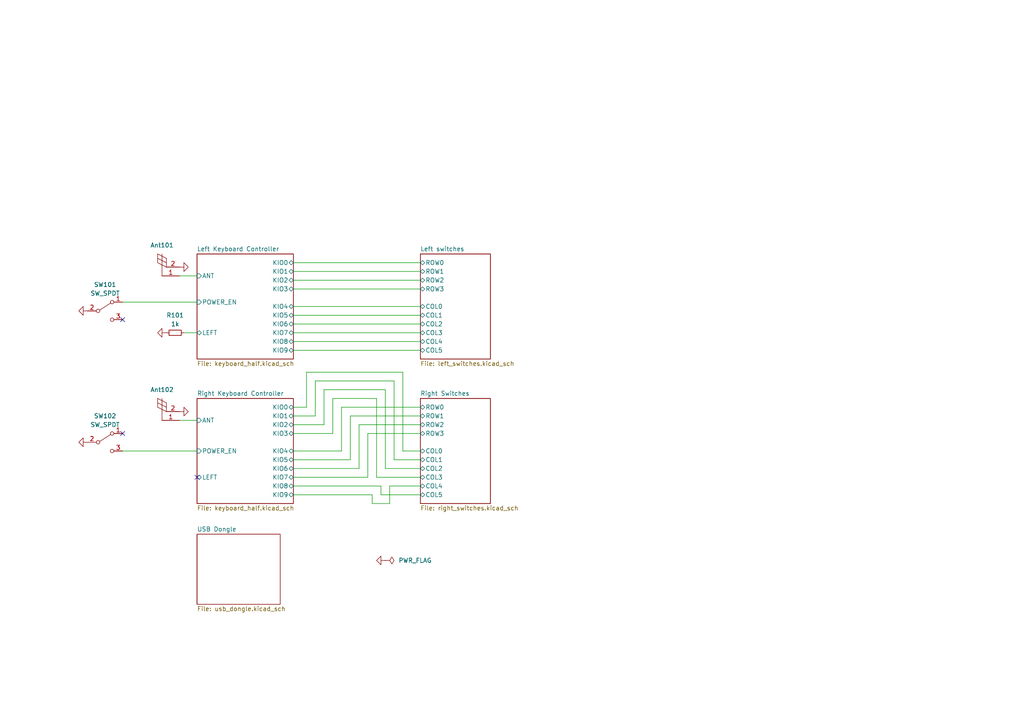
<source format=kicad_sch>
(kicad_sch (version 20230121) (generator eeschema)
  (paper "A4")
  (lib_symbols
    (symbol "Device:R_Small" (pin_numbers hide) (pin_names (offset 0.254) hide)
      (property "Reference" "R" (at 0.762 0.508 0))
      (property "Value" "R_Small" (at 0.762 -1.016 0))
      (symbol "R_Small_0_1"
        (rectangle (start -0.762 1.778) (end 0.762 -1.778) (stroke (width 0.2032)))
      )
      (symbol "R_Small_1_1"
        (pin passive line (at 0 2.54 270) (length 0.762) (name "~") (number "1"))
        (pin passive line (at 0 -2.54 90) (length 0.762) (name "~") (number "2"))
      )
    )
    (symbol "Switch:SW_SPDT" (pin_names (offset 0) hide)
      (property "Reference" "SW" (at 0 4.318 0))
      (property "Value" "SW_SPDT" (at 0 -5.08 0))
      (symbol "SW_SPDT_0_0"
        (circle (center -2.032 0) (radius 0.508))
        (circle (center 2.032 -2.54) (radius 0.508))
      )
      (symbol "SW_SPDT_0_1"
        (polyline (pts (xy -1.524 0.254) (xy 1.651 2.286)))
        (circle (center 2.032 2.54) (radius 0.508))
      )
      (symbol "SW_SPDT_1_1"
        (pin passive line (at 5.08 2.54 180) (length 2.54) (name "A") (number "1"))
        (pin passive line (at -5.08 0 0) (length 2.54) (name "B") (number "2"))
        (pin passive line (at 5.08 -2.54 180) (length 2.54) (name "C") (number "3"))
      )
    )
    (symbol "antennas:antenna" (pin_names (offset 1.016))
      (property "Reference" "Ant" (at 0 7.62 0))
      (symbol "antenna_0_1"
        (polyline (pts (xy -1.27 6.35) (xy -1.27 3.81)))
        (polyline (pts (xy 0 0) (xy 0 5.08)))
        (polyline (pts (xy 0 5.08) (xy 0 6.35)))
        (polyline (pts (xy 1.27 2.54) (xy -1.27 3.81)))
        (polyline (pts (xy 1.27 3.81) (xy -1.27 5.08)))
        (polyline (pts (xy 1.27 5.08) (xy -1.27 6.35)))
        (polyline (pts (xy 1.27 5.08) (xy 1.27 2.54)))
      )
      (symbol "antenna_1_1"
        (pin input line (at 5.08 0 180) (length 5.08) (name "~") (number "1"))
        (pin input line (at 5.08 2.54 180) (length 3.81) (name "~") (number "2"))
      )
    )
    (symbol "power:GND" (power) (pin_names (offset 0))
      (property "Value" "GND" (at 0 -3.81 0))
      (symbol "GND_0_1"
        (polyline (pts (xy 0 0) (xy 0 -1.27) (xy 1.27 -1.27) (xy 0 -2.54) (xy -1.27 -1.27) (xy 0 -1.27)))
      )
      (symbol "GND_1_1"
        (pin power_in line (at 0 0 270) (length 0) hide (name "GND") (number "1"))
      )
    )
    (symbol "power:PWR_FLAG" (power) (pin_numbers hide) (pin_names (offset 0) hide)
      (property "Value" "PWR_FLAG" (at 0 3.81 0))
      (symbol "PWR_FLAG_0_0"
        (pin power_out line (at 0 0 90) (length 0) (name "pwr") (number "1"))
      )
      (symbol "PWR_FLAG_0_1"
        (polyline (pts (xy 0 0) (xy 0 1.27) (xy -1.016 1.905) (xy 0 2.54) (xy 1.016 1.905) (xy 0 1.27)))
      )
    )
  )
  (no_connect (at 35.56 92.71))
  (no_connect (at 57.15 138.43))
  (no_connect (at 35.56 125.73))
  (wire (pts (xy 85.09 99.06) (xy 121.92 99.06)))
  (wire (pts (xy 91.44 120.65) (xy 91.44 110.49)))
  (wire (pts (xy 85.09 140.97) (xy 110.49 140.97)))
  (wire (pts (xy 85.09 93.98) (xy 121.92 93.98)))
  (wire (pts (xy 52.07 121.92) (xy 57.15 121.92)))
  (wire (pts (xy 85.09 123.19) (xy 93.98 123.19)))
  (wire (pts (xy 116.84 130.81) (xy 121.92 130.81)))
  (wire (pts (xy 91.44 110.49) (xy 114.3 110.49)))
  (wire (pts (xy 113.03 140.97) (xy 121.92 140.97)))
  (wire (pts (xy 111.76 113.03) (xy 111.76 135.89)))
  (wire (pts (xy 85.09 96.52) (xy 121.92 96.52)))
  (wire (pts (xy 85.09 101.6) (xy 121.92 101.6)))
  (wire (pts (xy 85.09 138.43) (xy 106.68 138.43)))
  (wire (pts (xy 52.07 80.01) (xy 57.15 80.01)))
  (wire (pts (xy 104.14 123.19) (xy 121.92 123.19)))
  (wire (pts (xy 85.09 130.81) (xy 99.06 130.81)))
  (wire (pts (xy 101.6 120.65) (xy 121.92 120.65)))
  (wire (pts (xy 99.06 130.81) (xy 99.06 118.11)))
  (wire (pts (xy 104.14 135.89) (xy 104.14 123.19)))
  (wire (pts (xy 96.52 115.57) (xy 109.22 115.57)))
  (wire (pts (xy 88.9 107.95) (xy 116.84 107.95)))
  (wire (pts (xy 107.95 146.05) (xy 113.03 146.05)))
  (wire (pts (xy 110.49 140.97) (xy 110.49 143.51)))
  (wire (pts (xy 85.09 78.74) (xy 121.92 78.74)))
  (wire (pts (xy 106.68 138.43) (xy 106.68 125.73)))
  (wire (pts (xy 35.56 130.81) (xy 57.15 130.81)))
  (wire (pts (xy 53.34 96.52) (xy 57.15 96.52)))
  (wire (pts (xy 113.03 146.05) (xy 113.03 140.97)))
  (wire (pts (xy 85.09 81.28) (xy 121.92 81.28)))
  (wire (pts (xy 85.09 76.2) (xy 121.92 76.2)))
  (wire (pts (xy 85.09 120.65) (xy 91.44 120.65)))
  (wire (pts (xy 88.9 118.11) (xy 88.9 107.95)))
  (wire (pts (xy 109.22 115.57) (xy 109.22 138.43)))
  (wire (pts (xy 85.09 91.44) (xy 121.92 91.44)))
  (wire (pts (xy 110.49 143.51) (xy 121.92 143.51)))
  (wire (pts (xy 85.09 135.89) (xy 104.14 135.89)))
  (wire (pts (xy 35.56 87.63) (xy 57.15 87.63)))
  (wire (pts (xy 85.09 125.73) (xy 96.52 125.73)))
  (wire (pts (xy 93.98 123.19) (xy 93.98 113.03)))
  (wire (pts (xy 109.22 138.43) (xy 121.92 138.43)))
  (wire (pts (xy 99.06 118.11) (xy 121.92 118.11)))
  (wire (pts (xy 85.09 143.51) (xy 107.95 143.51)))
  (wire (pts (xy 114.3 110.49) (xy 114.3 133.35)))
  (wire (pts (xy 111.76 135.89) (xy 121.92 135.89)))
  (wire (pts (xy 85.09 88.9) (xy 121.92 88.9)))
  (wire (pts (xy 116.84 107.95) (xy 116.84 130.81)))
  (wire (pts (xy 101.6 133.35) (xy 101.6 120.65)))
  (wire (pts (xy 107.95 143.51) (xy 107.95 146.05)))
  (wire (pts (xy 106.68 125.73) (xy 121.92 125.73)))
  (wire (pts (xy 93.98 113.03) (xy 111.76 113.03)))
  (wire (pts (xy 114.3 133.35) (xy 121.92 133.35)))
  (wire (pts (xy 85.09 133.35) (xy 101.6 133.35)))
  (wire (pts (xy 85.09 118.11) (xy 88.9 118.11)))
  (wire (pts (xy 96.52 125.73) (xy 96.52 115.57)))
  (wire (pts (xy 85.09 83.82) (xy 121.92 83.82)))
  (symbol (lib_id "power:GND") (at 48.26 96.52 270) (unit 1)
    (property "Reference" "#PWR0103" (effects hide))
    (property "Value" "GND" (effects hide))
  )
  (symbol (lib_id "antennas:antenna") (at 46.99 121.92 0) (unit 1) (in_bom no)
    (property "Reference" "Ant102" (at 46.99 113.03 0))
    (property "Value" "antenna" (effects hide))
    (property "Footprint" "RF_Antenna:Texas_SWRA117D_2.4GHz_Right" (effects hide))
  )
  (symbol (lib_id "power:PWR_FLAG") (at 111.76 162.56 270) (unit 1)
    (property "Reference" "#FLG0101" (effects hide))
    (property "Value" "PWR_FLAG" (at 115.57 162.56 90) (effects (justify left)))
  )
  (symbol (lib_id "power:GND") (at 25.4 128.27 270) (unit 1)
    (property "Reference" "#PWR0106" (effects hide))
    (property "Value" "GND" (effects hide))
  )
  (symbol (lib_id "power:GND") (at 52.07 77.47 90) (unit 1)
    (property "Reference" "#PWR0101" (effects hide))
    (property "Value" "GND" (effects hide))
  )
  (symbol (lib_id "antennas:antenna") (at 46.99 80.01 0) (unit 1) (in_bom no)
    (property "Reference" "Ant101" (at 46.99 71.12 0))
    (property "Value" "antenna" (effects hide))
    (property "Footprint" "RF_Antenna:Texas_SWRA117D_2.4GHz_Right" (effects hide))
  )
  (symbol (lib_id "power:GND") (at 111.76 162.56 270) (unit 1)
    (property "Reference" "#PWR0104" (effects hide))
    (property "Value" "GND" (effects hide))
  )
  (symbol (lib_id "power:GND") (at 52.07 119.38 90) (unit 1)
    (property "Reference" "#PWR0102" (effects hide))
    (property "Value" "GND" (effects hide))
  )
  (symbol (lib_id "power:GND") (at 25.4 90.17 270) (unit 1)
    (property "Reference" "#PWR0105" (effects hide))
    (property "Value" "GND" (effects hide))
  )
  (symbol (lib_id "Switch:SW_SPDT") (at 30.48 90.17 0) (unit 1)
    (property "Reference" "SW101" (at 30.48 82.55 0))
    (property "Value" "SW_SPDT" (at 30.48 85.09 0))
    (property "Footprint" "connectors:SSSS810701" (effects hide))
    (property "MFPN" "SSSS810701" (effects hide))
    (property "LCSC" "C97433" (effects hide))
  )
  (symbol (lib_id "Device:R_Small") (at 50.8 96.52 90) (unit 1)
    (property "Reference" "R101" (at 50.8 91.44 90))
    (property "Value" "1k" (at 50.8 93.98 90))
    (property "Footprint" "passive:R_0402" (effects hide))
    (property "MFPN" "RC-02W102JT" (effects hide))
    (property "Specification" "5%" (effects hide))
    (property "LCSC" "C258117" (effects hide))
  )
  (symbol (lib_id "Switch:SW_SPDT") (at 30.48 128.27 0) (unit 1)
    (property "Reference" "SW102" (at 30.48 120.65 0))
    (property "Value" "SW_SPDT" (at 30.48 123.19 0))
    (property "Footprint" "connectors:SSSS810701" (effects hide))
    (property "MFPN" "SSSS810701" (effects hide))
    (property "LCSC" "C97433" (effects hide))
  )
  (sheet (at 57.15 73.66) (size 27.94 30.48) (stroke (width 0.1524))
    (property "Sheetname" "Left Keyboard Controller" (at 57.15 72.9484 0) (effects (justify left bottom)))
    (property "Sheetfile" "keyboard_half.kicad_sch" (at 57.15 104.7246 0) (effects (justify left top)))
    (pin "ANT" input (at 57.15 80.01 180))
    (pin "KIO6" bidirectional (at 85.09 93.98 0))
    (pin "KIO4" bidirectional (at 85.09 88.9 0))
    (pin "KIO5" bidirectional (at 85.09 91.44 0))
    (pin "KIO0" bidirectional (at 85.09 76.2 0))
    (pin "KIO2" bidirectional (at 85.09 81.28 0))
    (pin "KIO1" bidirectional (at 85.09 78.74 0))
    (pin "KIO8" bidirectional (at 85.09 99.06 0))
    (pin "KIO9" bidirectional (at 85.09 101.6 0))
    (pin "KIO3" bidirectional (at 85.09 83.82 0))
    (pin "KIO7" bidirectional (at 85.09 96.52 0))
    (pin "LEFT" bidirectional (at 57.15 96.52 180))
    (pin "POWER_EN" input (at 57.15 87.63 180))
  )
  (sheet (at 57.15 154.94) (size 24.13 20.32) (stroke (width 0.1524))
    (property "Sheetname" "USB Dongle" (at 57.15 154.2284 0) (effects (justify left bottom)))
    (property "Sheetfile" "usb_dongle.kicad_sch" (at 57.15 175.8446 0) (effects (justify left top)))
  )
  (sheet (at 121.92 73.66) (size 20.32 30.48) (stroke (width 0.1524))
    (property "Sheetname" "Left switches" (at 121.92 72.9484 0) (effects (justify left bottom)))
    (property "Sheetfile" "left_switches.kicad_sch" (at 121.92 104.7246 0) (effects (justify left top)))
    (pin "COL3" bidirectional (at 121.92 96.52 180))
    (pin "COL4" bidirectional (at 121.92 99.06 180))
    (pin "COL5" bidirectional (at 121.92 101.6 180))
    (pin "COL0" bidirectional (at 121.92 88.9 180))
    (pin "COL1" bidirectional (at 121.92 91.44 180))
    (pin "COL2" bidirectional (at 121.92 93.98 180))
    (pin "ROW2" bidirectional (at 121.92 81.28 180))
    (pin "ROW3" bidirectional (at 121.92 83.82 180))
    (pin "ROW0" bidirectional (at 121.92 76.2 180))
    (pin "ROW1" bidirectional (at 121.92 78.74 180))
  )
  (sheet (at 57.15 115.57) (size 27.94 30.48) (stroke (width 0.1524))
    (property "Sheetname" "Right Keyboard Controller" (at 57.15 114.8584 0) (effects (justify left bottom)))
    (property "Sheetfile" "keyboard_half.kicad_sch" (at 57.15 146.6346 0) (effects (justify left top)))
    (pin "ANT" input (at 57.15 121.92 180))
    (pin "KIO6" bidirectional (at 85.09 135.89 0))
    (pin "KIO4" bidirectional (at 85.09 130.81 0))
    (pin "KIO5" bidirectional (at 85.09 133.35 0))
    (pin "KIO0" bidirectional (at 85.09 118.11 0))
    (pin "KIO2" bidirectional (at 85.09 123.19 0))
    (pin "KIO1" bidirectional (at 85.09 120.65 0))
    (pin "KIO8" bidirectional (at 85.09 140.97 0))
    (pin "KIO9" bidirectional (at 85.09 143.51 0))
    (pin "KIO3" bidirectional (at 85.09 125.73 0))
    (pin "KIO7" bidirectional (at 85.09 138.43 0))
    (pin "LEFT" bidirectional (at 57.15 138.43 180))
    (pin "POWER_EN" input (at 57.15 130.81 180))
  )
  (sheet (at 121.92 115.57) (size 20.32 30.48) (stroke (width 0.1524))
    (property "Sheetname" "Right Switches" (at 121.92 114.8584 0) (effects (justify left bottom)))
    (property "Sheetfile" "right_switches.kicad_sch" (at 121.92 146.6346 0) (effects (justify left top)))
    (pin "COL3" bidirectional (at 121.92 138.43 180))
    (pin "COL4" bidirectional (at 121.92 140.97 180))
    (pin "COL5" bidirectional (at 121.92 143.51 180))
    (pin "COL0" bidirectional (at 121.92 130.81 180))
    (pin "COL1" bidirectional (at 121.92 133.35 180))
    (pin "COL2" bidirectional (at 121.92 135.89 180))
    (pin "ROW2" bidirectional (at 121.92 123.19 180))
    (pin "ROW3" bidirectional (at 121.92 125.73 180))
    (pin "ROW0" bidirectional (at 121.92 118.11 180))
    (pin "ROW1" bidirectional (at 121.92 120.65 180))
  )
)
</source>
